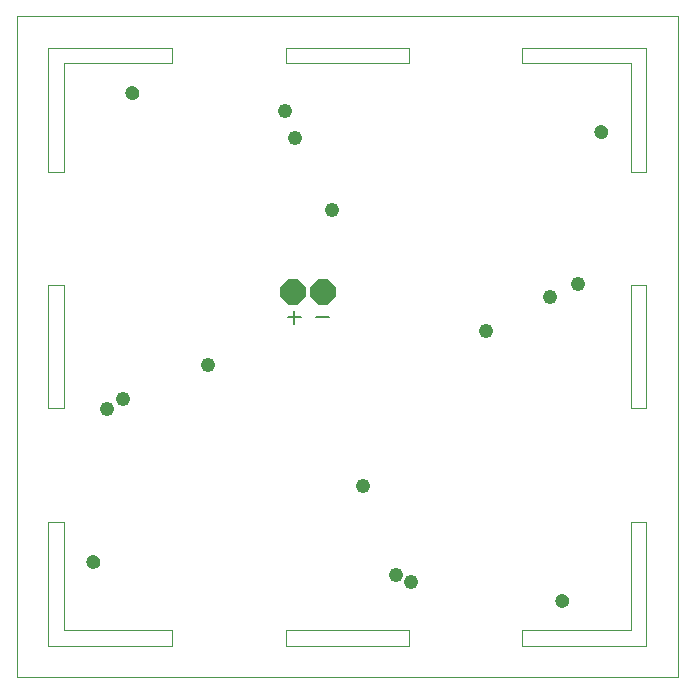
<source format=gbs>
G75*
%MOIN*%
%OFA0B0*%
%FSLAX25Y25*%
%IPPOS*%
%LPD*%
%AMOC8*
5,1,8,0,0,1.08239X$1,22.5*
%
%ADD10C,0.00600*%
%ADD11C,0.00000*%
%ADD12C,0.04737*%
%ADD13C,0.00004*%
%ADD14OC8,0.08400*%
%ADD15C,0.04762*%
D10*
X0093595Y0118905D02*
X0093595Y0123175D01*
X0095730Y0121040D02*
X0091459Y0121040D01*
X0100908Y0121040D02*
X0105179Y0121040D01*
D11*
X0037616Y0195884D02*
X0037618Y0195972D01*
X0037624Y0196060D01*
X0037634Y0196148D01*
X0037648Y0196236D01*
X0037665Y0196322D01*
X0037687Y0196408D01*
X0037712Y0196492D01*
X0037742Y0196576D01*
X0037774Y0196658D01*
X0037811Y0196738D01*
X0037851Y0196817D01*
X0037895Y0196894D01*
X0037942Y0196969D01*
X0037992Y0197041D01*
X0038046Y0197112D01*
X0038102Y0197179D01*
X0038162Y0197245D01*
X0038224Y0197307D01*
X0038290Y0197367D01*
X0038357Y0197423D01*
X0038428Y0197477D01*
X0038500Y0197527D01*
X0038575Y0197574D01*
X0038652Y0197618D01*
X0038731Y0197658D01*
X0038811Y0197695D01*
X0038893Y0197727D01*
X0038977Y0197757D01*
X0039061Y0197782D01*
X0039147Y0197804D01*
X0039233Y0197821D01*
X0039321Y0197835D01*
X0039409Y0197845D01*
X0039497Y0197851D01*
X0039585Y0197853D01*
X0039673Y0197851D01*
X0039761Y0197845D01*
X0039849Y0197835D01*
X0039937Y0197821D01*
X0040023Y0197804D01*
X0040109Y0197782D01*
X0040193Y0197757D01*
X0040277Y0197727D01*
X0040359Y0197695D01*
X0040439Y0197658D01*
X0040518Y0197618D01*
X0040595Y0197574D01*
X0040670Y0197527D01*
X0040742Y0197477D01*
X0040813Y0197423D01*
X0040880Y0197367D01*
X0040946Y0197307D01*
X0041008Y0197245D01*
X0041068Y0197179D01*
X0041124Y0197112D01*
X0041178Y0197041D01*
X0041228Y0196969D01*
X0041275Y0196894D01*
X0041319Y0196817D01*
X0041359Y0196738D01*
X0041396Y0196658D01*
X0041428Y0196576D01*
X0041458Y0196492D01*
X0041483Y0196408D01*
X0041505Y0196322D01*
X0041522Y0196236D01*
X0041536Y0196148D01*
X0041546Y0196060D01*
X0041552Y0195972D01*
X0041554Y0195884D01*
X0041552Y0195796D01*
X0041546Y0195708D01*
X0041536Y0195620D01*
X0041522Y0195532D01*
X0041505Y0195446D01*
X0041483Y0195360D01*
X0041458Y0195276D01*
X0041428Y0195192D01*
X0041396Y0195110D01*
X0041359Y0195030D01*
X0041319Y0194951D01*
X0041275Y0194874D01*
X0041228Y0194799D01*
X0041178Y0194727D01*
X0041124Y0194656D01*
X0041068Y0194589D01*
X0041008Y0194523D01*
X0040946Y0194461D01*
X0040880Y0194401D01*
X0040813Y0194345D01*
X0040742Y0194291D01*
X0040670Y0194241D01*
X0040595Y0194194D01*
X0040518Y0194150D01*
X0040439Y0194110D01*
X0040359Y0194073D01*
X0040277Y0194041D01*
X0040193Y0194011D01*
X0040109Y0193986D01*
X0040023Y0193964D01*
X0039937Y0193947D01*
X0039849Y0193933D01*
X0039761Y0193923D01*
X0039673Y0193917D01*
X0039585Y0193915D01*
X0039497Y0193917D01*
X0039409Y0193923D01*
X0039321Y0193933D01*
X0039233Y0193947D01*
X0039147Y0193964D01*
X0039061Y0193986D01*
X0038977Y0194011D01*
X0038893Y0194041D01*
X0038811Y0194073D01*
X0038731Y0194110D01*
X0038652Y0194150D01*
X0038575Y0194194D01*
X0038500Y0194241D01*
X0038428Y0194291D01*
X0038357Y0194345D01*
X0038290Y0194401D01*
X0038224Y0194461D01*
X0038162Y0194523D01*
X0038102Y0194589D01*
X0038046Y0194656D01*
X0037992Y0194727D01*
X0037942Y0194799D01*
X0037895Y0194874D01*
X0037851Y0194951D01*
X0037811Y0195030D01*
X0037774Y0195110D01*
X0037742Y0195192D01*
X0037712Y0195276D01*
X0037687Y0195360D01*
X0037665Y0195446D01*
X0037648Y0195532D01*
X0037634Y0195620D01*
X0037624Y0195708D01*
X0037618Y0195796D01*
X0037616Y0195884D01*
X0024624Y0039585D02*
X0024626Y0039673D01*
X0024632Y0039761D01*
X0024642Y0039849D01*
X0024656Y0039937D01*
X0024673Y0040023D01*
X0024695Y0040109D01*
X0024720Y0040193D01*
X0024750Y0040277D01*
X0024782Y0040359D01*
X0024819Y0040439D01*
X0024859Y0040518D01*
X0024903Y0040595D01*
X0024950Y0040670D01*
X0025000Y0040742D01*
X0025054Y0040813D01*
X0025110Y0040880D01*
X0025170Y0040946D01*
X0025232Y0041008D01*
X0025298Y0041068D01*
X0025365Y0041124D01*
X0025436Y0041178D01*
X0025508Y0041228D01*
X0025583Y0041275D01*
X0025660Y0041319D01*
X0025739Y0041359D01*
X0025819Y0041396D01*
X0025901Y0041428D01*
X0025985Y0041458D01*
X0026069Y0041483D01*
X0026155Y0041505D01*
X0026241Y0041522D01*
X0026329Y0041536D01*
X0026417Y0041546D01*
X0026505Y0041552D01*
X0026593Y0041554D01*
X0026681Y0041552D01*
X0026769Y0041546D01*
X0026857Y0041536D01*
X0026945Y0041522D01*
X0027031Y0041505D01*
X0027117Y0041483D01*
X0027201Y0041458D01*
X0027285Y0041428D01*
X0027367Y0041396D01*
X0027447Y0041359D01*
X0027526Y0041319D01*
X0027603Y0041275D01*
X0027678Y0041228D01*
X0027750Y0041178D01*
X0027821Y0041124D01*
X0027888Y0041068D01*
X0027954Y0041008D01*
X0028016Y0040946D01*
X0028076Y0040880D01*
X0028132Y0040813D01*
X0028186Y0040742D01*
X0028236Y0040670D01*
X0028283Y0040595D01*
X0028327Y0040518D01*
X0028367Y0040439D01*
X0028404Y0040359D01*
X0028436Y0040277D01*
X0028466Y0040193D01*
X0028491Y0040109D01*
X0028513Y0040023D01*
X0028530Y0039937D01*
X0028544Y0039849D01*
X0028554Y0039761D01*
X0028560Y0039673D01*
X0028562Y0039585D01*
X0028560Y0039497D01*
X0028554Y0039409D01*
X0028544Y0039321D01*
X0028530Y0039233D01*
X0028513Y0039147D01*
X0028491Y0039061D01*
X0028466Y0038977D01*
X0028436Y0038893D01*
X0028404Y0038811D01*
X0028367Y0038731D01*
X0028327Y0038652D01*
X0028283Y0038575D01*
X0028236Y0038500D01*
X0028186Y0038428D01*
X0028132Y0038357D01*
X0028076Y0038290D01*
X0028016Y0038224D01*
X0027954Y0038162D01*
X0027888Y0038102D01*
X0027821Y0038046D01*
X0027750Y0037992D01*
X0027678Y0037942D01*
X0027603Y0037895D01*
X0027526Y0037851D01*
X0027447Y0037811D01*
X0027367Y0037774D01*
X0027285Y0037742D01*
X0027201Y0037712D01*
X0027117Y0037687D01*
X0027031Y0037665D01*
X0026945Y0037648D01*
X0026857Y0037634D01*
X0026769Y0037624D01*
X0026681Y0037618D01*
X0026593Y0037616D01*
X0026505Y0037618D01*
X0026417Y0037624D01*
X0026329Y0037634D01*
X0026241Y0037648D01*
X0026155Y0037665D01*
X0026069Y0037687D01*
X0025985Y0037712D01*
X0025901Y0037742D01*
X0025819Y0037774D01*
X0025739Y0037811D01*
X0025660Y0037851D01*
X0025583Y0037895D01*
X0025508Y0037942D01*
X0025436Y0037992D01*
X0025365Y0038046D01*
X0025298Y0038102D01*
X0025232Y0038162D01*
X0025170Y0038224D01*
X0025110Y0038290D01*
X0025054Y0038357D01*
X0025000Y0038428D01*
X0024950Y0038500D01*
X0024903Y0038575D01*
X0024859Y0038652D01*
X0024819Y0038731D01*
X0024782Y0038811D01*
X0024750Y0038893D01*
X0024720Y0038977D01*
X0024695Y0039061D01*
X0024673Y0039147D01*
X0024656Y0039233D01*
X0024642Y0039321D01*
X0024632Y0039409D01*
X0024626Y0039497D01*
X0024624Y0039585D01*
X0180923Y0026593D02*
X0180925Y0026681D01*
X0180931Y0026769D01*
X0180941Y0026857D01*
X0180955Y0026945D01*
X0180972Y0027031D01*
X0180994Y0027117D01*
X0181019Y0027201D01*
X0181049Y0027285D01*
X0181081Y0027367D01*
X0181118Y0027447D01*
X0181158Y0027526D01*
X0181202Y0027603D01*
X0181249Y0027678D01*
X0181299Y0027750D01*
X0181353Y0027821D01*
X0181409Y0027888D01*
X0181469Y0027954D01*
X0181531Y0028016D01*
X0181597Y0028076D01*
X0181664Y0028132D01*
X0181735Y0028186D01*
X0181807Y0028236D01*
X0181882Y0028283D01*
X0181959Y0028327D01*
X0182038Y0028367D01*
X0182118Y0028404D01*
X0182200Y0028436D01*
X0182284Y0028466D01*
X0182368Y0028491D01*
X0182454Y0028513D01*
X0182540Y0028530D01*
X0182628Y0028544D01*
X0182716Y0028554D01*
X0182804Y0028560D01*
X0182892Y0028562D01*
X0182980Y0028560D01*
X0183068Y0028554D01*
X0183156Y0028544D01*
X0183244Y0028530D01*
X0183330Y0028513D01*
X0183416Y0028491D01*
X0183500Y0028466D01*
X0183584Y0028436D01*
X0183666Y0028404D01*
X0183746Y0028367D01*
X0183825Y0028327D01*
X0183902Y0028283D01*
X0183977Y0028236D01*
X0184049Y0028186D01*
X0184120Y0028132D01*
X0184187Y0028076D01*
X0184253Y0028016D01*
X0184315Y0027954D01*
X0184375Y0027888D01*
X0184431Y0027821D01*
X0184485Y0027750D01*
X0184535Y0027678D01*
X0184582Y0027603D01*
X0184626Y0027526D01*
X0184666Y0027447D01*
X0184703Y0027367D01*
X0184735Y0027285D01*
X0184765Y0027201D01*
X0184790Y0027117D01*
X0184812Y0027031D01*
X0184829Y0026945D01*
X0184843Y0026857D01*
X0184853Y0026769D01*
X0184859Y0026681D01*
X0184861Y0026593D01*
X0184859Y0026505D01*
X0184853Y0026417D01*
X0184843Y0026329D01*
X0184829Y0026241D01*
X0184812Y0026155D01*
X0184790Y0026069D01*
X0184765Y0025985D01*
X0184735Y0025901D01*
X0184703Y0025819D01*
X0184666Y0025739D01*
X0184626Y0025660D01*
X0184582Y0025583D01*
X0184535Y0025508D01*
X0184485Y0025436D01*
X0184431Y0025365D01*
X0184375Y0025298D01*
X0184315Y0025232D01*
X0184253Y0025170D01*
X0184187Y0025110D01*
X0184120Y0025054D01*
X0184049Y0025000D01*
X0183977Y0024950D01*
X0183902Y0024903D01*
X0183825Y0024859D01*
X0183746Y0024819D01*
X0183666Y0024782D01*
X0183584Y0024750D01*
X0183500Y0024720D01*
X0183416Y0024695D01*
X0183330Y0024673D01*
X0183244Y0024656D01*
X0183156Y0024642D01*
X0183068Y0024632D01*
X0182980Y0024626D01*
X0182892Y0024624D01*
X0182804Y0024626D01*
X0182716Y0024632D01*
X0182628Y0024642D01*
X0182540Y0024656D01*
X0182454Y0024673D01*
X0182368Y0024695D01*
X0182284Y0024720D01*
X0182200Y0024750D01*
X0182118Y0024782D01*
X0182038Y0024819D01*
X0181959Y0024859D01*
X0181882Y0024903D01*
X0181807Y0024950D01*
X0181735Y0025000D01*
X0181664Y0025054D01*
X0181597Y0025110D01*
X0181531Y0025170D01*
X0181469Y0025232D01*
X0181409Y0025298D01*
X0181353Y0025365D01*
X0181299Y0025436D01*
X0181249Y0025508D01*
X0181202Y0025583D01*
X0181158Y0025660D01*
X0181118Y0025739D01*
X0181081Y0025819D01*
X0181049Y0025901D01*
X0181019Y0025985D01*
X0180994Y0026069D01*
X0180972Y0026155D01*
X0180955Y0026241D01*
X0180941Y0026329D01*
X0180931Y0026417D01*
X0180925Y0026505D01*
X0180923Y0026593D01*
X0193915Y0182892D02*
X0193917Y0182980D01*
X0193923Y0183068D01*
X0193933Y0183156D01*
X0193947Y0183244D01*
X0193964Y0183330D01*
X0193986Y0183416D01*
X0194011Y0183500D01*
X0194041Y0183584D01*
X0194073Y0183666D01*
X0194110Y0183746D01*
X0194150Y0183825D01*
X0194194Y0183902D01*
X0194241Y0183977D01*
X0194291Y0184049D01*
X0194345Y0184120D01*
X0194401Y0184187D01*
X0194461Y0184253D01*
X0194523Y0184315D01*
X0194589Y0184375D01*
X0194656Y0184431D01*
X0194727Y0184485D01*
X0194799Y0184535D01*
X0194874Y0184582D01*
X0194951Y0184626D01*
X0195030Y0184666D01*
X0195110Y0184703D01*
X0195192Y0184735D01*
X0195276Y0184765D01*
X0195360Y0184790D01*
X0195446Y0184812D01*
X0195532Y0184829D01*
X0195620Y0184843D01*
X0195708Y0184853D01*
X0195796Y0184859D01*
X0195884Y0184861D01*
X0195972Y0184859D01*
X0196060Y0184853D01*
X0196148Y0184843D01*
X0196236Y0184829D01*
X0196322Y0184812D01*
X0196408Y0184790D01*
X0196492Y0184765D01*
X0196576Y0184735D01*
X0196658Y0184703D01*
X0196738Y0184666D01*
X0196817Y0184626D01*
X0196894Y0184582D01*
X0196969Y0184535D01*
X0197041Y0184485D01*
X0197112Y0184431D01*
X0197179Y0184375D01*
X0197245Y0184315D01*
X0197307Y0184253D01*
X0197367Y0184187D01*
X0197423Y0184120D01*
X0197477Y0184049D01*
X0197527Y0183977D01*
X0197574Y0183902D01*
X0197618Y0183825D01*
X0197658Y0183746D01*
X0197695Y0183666D01*
X0197727Y0183584D01*
X0197757Y0183500D01*
X0197782Y0183416D01*
X0197804Y0183330D01*
X0197821Y0183244D01*
X0197835Y0183156D01*
X0197845Y0183068D01*
X0197851Y0182980D01*
X0197853Y0182892D01*
X0197851Y0182804D01*
X0197845Y0182716D01*
X0197835Y0182628D01*
X0197821Y0182540D01*
X0197804Y0182454D01*
X0197782Y0182368D01*
X0197757Y0182284D01*
X0197727Y0182200D01*
X0197695Y0182118D01*
X0197658Y0182038D01*
X0197618Y0181959D01*
X0197574Y0181882D01*
X0197527Y0181807D01*
X0197477Y0181735D01*
X0197423Y0181664D01*
X0197367Y0181597D01*
X0197307Y0181531D01*
X0197245Y0181469D01*
X0197179Y0181409D01*
X0197112Y0181353D01*
X0197041Y0181299D01*
X0196969Y0181249D01*
X0196894Y0181202D01*
X0196817Y0181158D01*
X0196738Y0181118D01*
X0196658Y0181081D01*
X0196576Y0181049D01*
X0196492Y0181019D01*
X0196408Y0180994D01*
X0196322Y0180972D01*
X0196236Y0180955D01*
X0196148Y0180941D01*
X0196060Y0180931D01*
X0195972Y0180925D01*
X0195884Y0180923D01*
X0195796Y0180925D01*
X0195708Y0180931D01*
X0195620Y0180941D01*
X0195532Y0180955D01*
X0195446Y0180972D01*
X0195360Y0180994D01*
X0195276Y0181019D01*
X0195192Y0181049D01*
X0195110Y0181081D01*
X0195030Y0181118D01*
X0194951Y0181158D01*
X0194874Y0181202D01*
X0194799Y0181249D01*
X0194727Y0181299D01*
X0194656Y0181353D01*
X0194589Y0181409D01*
X0194523Y0181469D01*
X0194461Y0181531D01*
X0194401Y0181597D01*
X0194345Y0181664D01*
X0194291Y0181735D01*
X0194241Y0181807D01*
X0194194Y0181882D01*
X0194150Y0181959D01*
X0194110Y0182038D01*
X0194073Y0182118D01*
X0194041Y0182200D01*
X0194011Y0182284D01*
X0193986Y0182368D01*
X0193964Y0182454D01*
X0193947Y0182540D01*
X0193933Y0182628D01*
X0193923Y0182716D01*
X0193917Y0182804D01*
X0193915Y0182892D01*
D12*
X0195884Y0182892D03*
X0039585Y0195884D03*
X0026593Y0039585D03*
X0182892Y0026593D03*
D13*
X0001002Y0001002D02*
X0001002Y0221474D01*
X0221474Y0221474D01*
X0221474Y0001002D01*
X0001002Y0001002D01*
X0011632Y0011632D02*
X0052183Y0011632D01*
X0052970Y0011632D01*
X0052970Y0016750D01*
X0052183Y0016750D01*
X0016750Y0016750D01*
X0016750Y0052183D01*
X0016750Y0052970D01*
X0011632Y0052970D01*
X0011632Y0052183D01*
X0011632Y0011632D01*
X0011632Y0090766D02*
X0016750Y0090766D01*
X0016750Y0091553D01*
X0016750Y0130923D01*
X0016750Y0131711D01*
X0011632Y0131711D01*
X0011632Y0130923D01*
X0011632Y0091553D01*
X0011632Y0090766D01*
X0090766Y0016750D02*
X0090766Y0011632D01*
X0091553Y0011632D01*
X0130923Y0011632D01*
X0131711Y0011632D01*
X0131711Y0016750D01*
X0130923Y0016750D01*
X0091553Y0016750D01*
X0090766Y0016750D01*
X0169506Y0016750D02*
X0169506Y0011632D01*
X0170293Y0011632D01*
X0210844Y0011632D01*
X0210844Y0052183D01*
X0210844Y0052970D01*
X0205726Y0052970D01*
X0205726Y0052183D01*
X0205726Y0016750D01*
X0170293Y0016750D01*
X0169506Y0016750D01*
X0205726Y0090766D02*
X0205726Y0091553D01*
X0205726Y0130923D01*
X0205726Y0131711D01*
X0210844Y0131711D01*
X0210844Y0130923D01*
X0210844Y0091553D01*
X0210844Y0090766D01*
X0205726Y0090766D01*
X0205726Y0169506D02*
X0210844Y0169506D01*
X0210844Y0170293D01*
X0210844Y0210844D01*
X0170293Y0210844D01*
X0169506Y0210844D01*
X0169506Y0205726D01*
X0170293Y0205726D01*
X0205726Y0205726D01*
X0205726Y0170293D01*
X0205726Y0169506D01*
X0131711Y0205726D02*
X0131711Y0210844D01*
X0130923Y0210844D01*
X0091159Y0210844D01*
X0090766Y0210844D02*
X0090766Y0205726D01*
X0091553Y0205726D01*
X0130923Y0205726D01*
X0131711Y0205726D01*
X0091553Y0210844D02*
X0090766Y0210844D01*
X0052970Y0210844D02*
X0052970Y0205726D01*
X0052183Y0205726D01*
X0016750Y0205726D01*
X0016750Y0170293D01*
X0016750Y0169506D01*
X0011632Y0169506D01*
X0011632Y0170293D01*
X0011632Y0210844D01*
X0052183Y0210844D01*
X0052970Y0210844D01*
D14*
X0093128Y0129348D03*
X0103167Y0129348D03*
D15*
X0106120Y0156907D03*
X0093915Y0180923D03*
X0090372Y0189978D03*
X0157498Y0116553D03*
X0178955Y0127774D03*
X0188010Y0132104D03*
X0116356Y0064781D03*
X0127380Y0035254D03*
X0132498Y0032892D03*
X0064978Y0105136D03*
X0036435Y0093915D03*
X0031317Y0090372D03*
M02*

</source>
